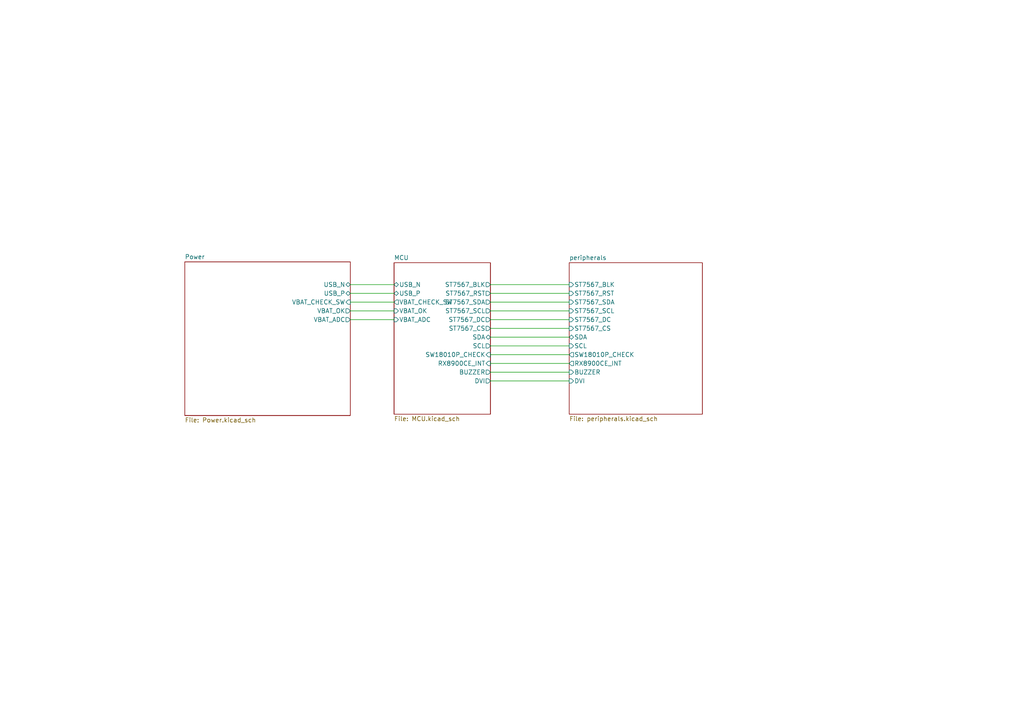
<source format=kicad_sch>
(kicad_sch
	(version 20231120)
	(generator "eeschema")
	(generator_version "8.0")
	(uuid "a7780dfa-db6b-4ae9-ae2e-39993c135403")
	(paper "A4")
	(lib_symbols)
	(wire
		(pts
			(xy 101.6 87.63) (xy 114.3 87.63)
		)
		(stroke
			(width 0)
			(type default)
		)
		(uuid "159aea5e-b6c1-4479-bd34-a080a6e90332")
	)
	(wire
		(pts
			(xy 142.24 102.87) (xy 165.1 102.87)
		)
		(stroke
			(width 0)
			(type default)
		)
		(uuid "245141a8-e846-42b9-ad2a-04ab13b91a6b")
	)
	(wire
		(pts
			(xy 142.24 107.95) (xy 165.1 107.95)
		)
		(stroke
			(width 0)
			(type default)
		)
		(uuid "2f5b453b-1307-438f-a6cd-ddd16916ec2a")
	)
	(wire
		(pts
			(xy 101.6 90.17) (xy 114.3 90.17)
		)
		(stroke
			(width 0)
			(type default)
		)
		(uuid "33a49e07-bd42-4263-91d9-18996685e8db")
	)
	(wire
		(pts
			(xy 142.24 95.25) (xy 165.1 95.25)
		)
		(stroke
			(width 0)
			(type default)
		)
		(uuid "44cb832e-1226-4823-a54c-c8213dd8c4e0")
	)
	(wire
		(pts
			(xy 142.24 87.63) (xy 165.1 87.63)
		)
		(stroke
			(width 0)
			(type default)
		)
		(uuid "5a9c7dc9-1203-4944-893e-8acd3a86a8b5")
	)
	(wire
		(pts
			(xy 142.24 100.33) (xy 165.1 100.33)
		)
		(stroke
			(width 0)
			(type default)
		)
		(uuid "6bce5a8f-2df9-4357-8a23-05b3aba87e1c")
	)
	(wire
		(pts
			(xy 142.24 82.55) (xy 165.1 82.55)
		)
		(stroke
			(width 0)
			(type default)
		)
		(uuid "7c73eb68-afd8-44e2-9bb7-5316e4b33475")
	)
	(wire
		(pts
			(xy 101.6 82.55) (xy 114.3 82.55)
		)
		(stroke
			(width 0)
			(type default)
		)
		(uuid "85f44d20-c46a-4928-889e-38152311244a")
	)
	(wire
		(pts
			(xy 142.24 92.71) (xy 165.1 92.71)
		)
		(stroke
			(width 0)
			(type default)
		)
		(uuid "8ed11d0c-3c70-48e9-9e42-5d4bc4565b57")
	)
	(wire
		(pts
			(xy 142.24 85.09) (xy 165.1 85.09)
		)
		(stroke
			(width 0)
			(type default)
		)
		(uuid "99ed8063-0e8b-4270-a919-2fdcf917def3")
	)
	(wire
		(pts
			(xy 142.24 97.79) (xy 165.1 97.79)
		)
		(stroke
			(width 0)
			(type default)
		)
		(uuid "a3322f49-a65b-4fa5-96d4-1e0931b0429f")
	)
	(wire
		(pts
			(xy 101.6 92.71) (xy 114.3 92.71)
		)
		(stroke
			(width 0)
			(type default)
		)
		(uuid "a964dfee-c551-48a3-9bba-274085719e73")
	)
	(wire
		(pts
			(xy 142.24 90.17) (xy 165.1 90.17)
		)
		(stroke
			(width 0)
			(type default)
		)
		(uuid "b201ee61-c4cd-4fe7-b890-3b8029fe258f")
	)
	(wire
		(pts
			(xy 142.24 105.41) (xy 165.1 105.41)
		)
		(stroke
			(width 0)
			(type default)
		)
		(uuid "b3dbe6bb-be2d-4726-b720-4ad9d1191cb5")
	)
	(wire
		(pts
			(xy 142.24 110.49) (xy 165.1 110.49)
		)
		(stroke
			(width 0)
			(type default)
		)
		(uuid "b50a62b1-3a05-40a8-8d13-ea05612b63ed")
	)
	(wire
		(pts
			(xy 101.6 85.09) (xy 114.3 85.09)
		)
		(stroke
			(width 0)
			(type default)
		)
		(uuid "d0f684b1-fefb-4049-b91f-2ff2f56f1bb2")
	)
	(sheet
		(at 165.1 76.2)
		(size 38.608 43.942)
		(fields_autoplaced yes)
		(stroke
			(width 0.1524)
			(type solid)
		)
		(fill
			(color 0 0 0 0.0000)
		)
		(uuid "5a8a6173-9ed9-40ba-9327-5543efb4e273")
		(property "Sheetname" "peripherals"
			(at 165.1 75.4884 0)
			(effects
				(font
					(size 1.27 1.27)
				)
				(justify left bottom)
			)
		)
		(property "Sheetfile" "peripherals.kicad_sch"
			(at 165.1 120.7266 0)
			(effects
				(font
					(size 1.27 1.27)
				)
				(justify left top)
			)
		)
		(pin "ST7567_DC" input
			(at 165.1 92.71 180)
			(effects
				(font
					(size 1.27 1.27)
				)
				(justify left)
			)
			(uuid "92509950-c0dc-4cbd-8e3a-74305dfb7ff5")
		)
		(pin "ST7567_SCL" input
			(at 165.1 90.17 180)
			(effects
				(font
					(size 1.27 1.27)
				)
				(justify left)
			)
			(uuid "4ed32b16-3b98-4307-8735-06bb560582fb")
		)
		(pin "ST7567_SDA" input
			(at 165.1 87.63 180)
			(effects
				(font
					(size 1.27 1.27)
				)
				(justify left)
			)
			(uuid "57e0df99-d811-43bc-bff0-1c70079cc181")
		)
		(pin "ST7567_RST" input
			(at 165.1 85.09 180)
			(effects
				(font
					(size 1.27 1.27)
				)
				(justify left)
			)
			(uuid "06e7b8c6-6c5e-45e4-ab66-5e3fdc4686e6")
		)
		(pin "ST7567_BLK" input
			(at 165.1 82.55 180)
			(effects
				(font
					(size 1.27 1.27)
				)
				(justify left)
			)
			(uuid "dc682577-5850-4ff8-a024-eaeb1dd8fe58")
		)
		(pin "SW18010P_CHECK" output
			(at 165.1 102.87 180)
			(effects
				(font
					(size 1.27 1.27)
				)
				(justify left)
			)
			(uuid "d0cdb720-0ee3-4e86-990d-c91c31c4da2b")
		)
		(pin "RX8900CE_INT" output
			(at 165.1 105.41 180)
			(effects
				(font
					(size 1.27 1.27)
				)
				(justify left)
			)
			(uuid "91c20270-534f-4c54-a128-a5187bddd577")
		)
		(pin "SDA" bidirectional
			(at 165.1 97.79 180)
			(effects
				(font
					(size 1.27 1.27)
				)
				(justify left)
			)
			(uuid "aa37f045-a97d-458e-9d8a-3d3f8a0e721a")
		)
		(pin "SCL" input
			(at 165.1 100.33 180)
			(effects
				(font
					(size 1.27 1.27)
				)
				(justify left)
			)
			(uuid "096835e9-cb63-4309-9fb3-f30e5ae50baf")
		)
		(pin "DVI" input
			(at 165.1 110.49 180)
			(effects
				(font
					(size 1.27 1.27)
				)
				(justify left)
			)
			(uuid "072a93be-3125-4113-82f9-878a29b5d303")
		)
		(pin "BUZZER" input
			(at 165.1 107.95 180)
			(effects
				(font
					(size 1.27 1.27)
				)
				(justify left)
			)
			(uuid "650e0ede-ab00-45c2-80ba-ce592289d384")
		)
		(pin "ST7567_CS" input
			(at 165.1 95.25 180)
			(effects
				(font
					(size 1.27 1.27)
				)
				(justify left)
			)
			(uuid "39f99ce5-d127-4281-9e9a-2bdc80adb7c6")
		)
		(instances
			(project "PerpetualClock"
				(path "/a7780dfa-db6b-4ae9-ae2e-39993c135403"
					(page "4")
				)
			)
		)
	)
	(sheet
		(at 53.594 75.946)
		(size 48.006 44.577)
		(fields_autoplaced yes)
		(stroke
			(width 0.1524)
			(type solid)
		)
		(fill
			(color 0 0 0 0.0000)
		)
		(uuid "c89642bb-f9e8-4a60-a0bf-239935888b91")
		(property "Sheetname" "Power"
			(at 53.594 75.2344 0)
			(effects
				(font
					(size 1.27 1.27)
				)
				(justify left bottom)
			)
		)
		(property "Sheetfile" "Power.kicad_sch"
			(at 53.594 121.1076 0)
			(effects
				(font
					(size 1.27 1.27)
				)
				(justify left top)
			)
		)
		(pin "VBAT_CHECK_SW" input
			(at 101.6 87.63 0)
			(effects
				(font
					(size 1.27 1.27)
				)
				(justify right)
			)
			(uuid "34f3eacd-78fc-4a7d-a550-5c61449c4d3e")
		)
		(pin "VBAT_ADC" output
			(at 101.6 92.71 0)
			(effects
				(font
					(size 1.27 1.27)
				)
				(justify right)
			)
			(uuid "90460afc-da6c-4af4-a0d1-3744446ce934")
		)
		(pin "VBAT_OK" output
			(at 101.6 90.17 0)
			(effects
				(font
					(size 1.27 1.27)
				)
				(justify right)
			)
			(uuid "27fd5f74-951c-4f4e-8138-69ba6c7933b7")
		)
		(pin "USB_P" bidirectional
			(at 101.6 85.09 0)
			(effects
				(font
					(size 1.27 1.27)
				)
				(justify right)
			)
			(uuid "86b2db23-fd67-4ea6-aea9-f64358e11a0e")
		)
		(pin "USB_N" bidirectional
			(at 101.6 82.55 0)
			(effects
				(font
					(size 1.27 1.27)
				)
				(justify right)
			)
			(uuid "06b3f14a-e5d3-4419-9fd9-d9554f5d7480")
		)
		(instances
			(project "PerpetualClock"
				(path "/a7780dfa-db6b-4ae9-ae2e-39993c135403"
					(page "2")
				)
			)
		)
	)
	(sheet
		(at 114.3 76.2)
		(size 27.94 43.942)
		(fields_autoplaced yes)
		(stroke
			(width 0.1524)
			(type solid)
		)
		(fill
			(color 0 0 0 0.0000)
		)
		(uuid "d31d882d-d203-4a1e-be00-3a29a6694b95")
		(property "Sheetname" "MCU"
			(at 114.3 75.4884 0)
			(effects
				(font
					(size 1.27 1.27)
				)
				(justify left bottom)
			)
		)
		(property "Sheetfile" "MCU.kicad_sch"
			(at 114.3 120.7266 0)
			(effects
				(font
					(size 1.27 1.27)
				)
				(justify left top)
			)
		)
		(pin "ST7567_RST" output
			(at 142.24 85.09 0)
			(effects
				(font
					(size 1.27 1.27)
				)
				(justify right)
			)
			(uuid "f04ea4e2-4782-401f-8cfb-84e1e5b66229")
		)
		(pin "ST7567_SDA" output
			(at 142.24 87.63 0)
			(effects
				(font
					(size 1.27 1.27)
				)
				(justify right)
			)
			(uuid "039f8187-cf6a-4fc6-8ad6-a9cc90ed3043")
		)
		(pin "ST7567_SCL" output
			(at 142.24 90.17 0)
			(effects
				(font
					(size 1.27 1.27)
				)
				(justify right)
			)
			(uuid "98b97812-6c42-479c-96a9-b5bb71d1cbaa")
		)
		(pin "ST7567_BLK" output
			(at 142.24 82.55 0)
			(effects
				(font
					(size 1.27 1.27)
				)
				(justify right)
			)
			(uuid "d498b435-5444-4858-b9de-80c22b169ab4")
		)
		(pin "ST7567_DC" output
			(at 142.24 92.71 0)
			(effects
				(font
					(size 1.27 1.27)
				)
				(justify right)
			)
			(uuid "daa5c6ff-b2f1-4619-8303-490222fa2ea0")
		)
		(pin "SDA" bidirectional
			(at 142.24 97.79 0)
			(effects
				(font
					(size 1.27 1.27)
				)
				(justify right)
			)
			(uuid "7331c654-3693-4881-9048-7f29c50887d5")
		)
		(pin "SCL" output
			(at 142.24 100.33 0)
			(effects
				(font
					(size 1.27 1.27)
				)
				(justify right)
			)
			(uuid "1629779b-c105-4b19-8d8e-00e0e958ab1e")
		)
		(pin "BUZZER" output
			(at 142.24 107.95 0)
			(effects
				(font
					(size 1.27 1.27)
				)
				(justify right)
			)
			(uuid "904ee43d-ba5d-424f-bb6e-51d1494453a3")
		)
		(pin "SW18010P_CHECK" input
			(at 142.24 102.87 0)
			(effects
				(font
					(size 1.27 1.27)
				)
				(justify right)
			)
			(uuid "79069319-36e1-42f7-9d9f-24391f510921")
		)
		(pin "RX8900CE_INT" input
			(at 142.24 105.41 0)
			(effects
				(font
					(size 1.27 1.27)
				)
				(justify right)
			)
			(uuid "a239c398-796c-4ebd-ada9-cd4094322f15")
		)
		(pin "DVI" output
			(at 142.24 110.49 0)
			(effects
				(font
					(size 1.27 1.27)
				)
				(justify right)
			)
			(uuid "87361f97-6fd6-4406-a6e8-8e540d3f9bd0")
		)
		(pin "ST7567_CS" output
			(at 142.24 95.25 0)
			(effects
				(font
					(size 1.27 1.27)
				)
				(justify right)
			)
			(uuid "789e7b4c-5b79-4e3f-b86f-d70103888ab7")
		)
		(pin "USB_N" bidirectional
			(at 114.3 82.55 180)
			(effects
				(font
					(size 1.27 1.27)
				)
				(justify left)
			)
			(uuid "51d964f8-6bff-41a6-84bb-0fb603c99b1f")
		)
		(pin "VBAT_CHECK_SW" output
			(at 114.3 87.63 180)
			(effects
				(font
					(size 1.27 1.27)
				)
				(justify left)
			)
			(uuid "978568dd-cf26-432a-a2a5-66c33ec103ba")
		)
		(pin "USB_P" bidirectional
			(at 114.3 85.09 180)
			(effects
				(font
					(size 1.27 1.27)
				)
				(justify left)
			)
			(uuid "434bafc4-9966-47e6-9932-33e41e675201")
		)
		(pin "VBAT_OK" input
			(at 114.3 90.17 180)
			(effects
				(font
					(size 1.27 1.27)
				)
				(justify left)
			)
			(uuid "f29fb6d5-f7f5-4280-851c-2ff8662e09b0")
		)
		(pin "VBAT_ADC" input
			(at 114.3 92.71 180)
			(effects
				(font
					(size 1.27 1.27)
				)
				(justify left)
			)
			(uuid "87ac49ce-8a95-4fd5-9a3c-78323850a646")
		)
		(instances
			(project "PerpetualClock"
				(path "/a7780dfa-db6b-4ae9-ae2e-39993c135403"
					(page "3")
				)
			)
		)
	)
	(sheet_instances
		(path "/"
			(page "1")
		)
	)
)

</source>
